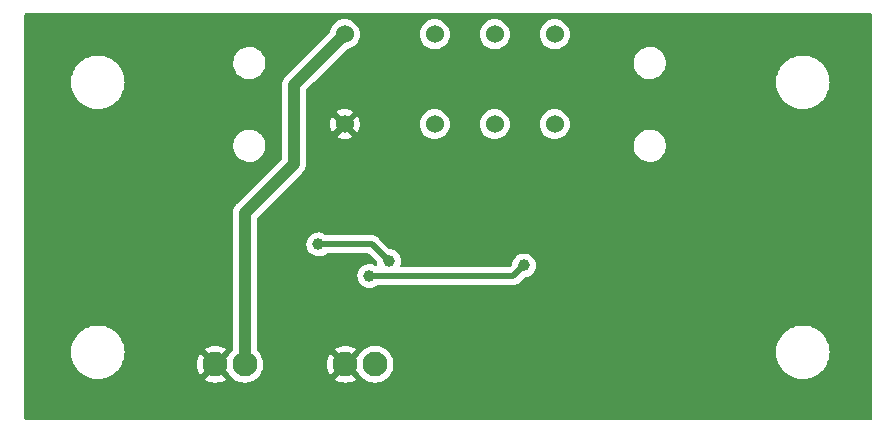
<source format=gbl>
G04 #@! TF.GenerationSoftware,KiCad,Pcbnew,6.0.9-8da3e8f707~116~ubuntu20.04.1*
G04 #@! TF.CreationDate,2022-11-10T07:19:39-05:00*
G04 #@! TF.ProjectId,audiomute,61756469-6f6d-4757-9465-2e6b69636164,rev?*
G04 #@! TF.SameCoordinates,Original*
G04 #@! TF.FileFunction,Copper,L2,Bot*
G04 #@! TF.FilePolarity,Positive*
%FSLAX46Y46*%
G04 Gerber Fmt 4.6, Leading zero omitted, Abs format (unit mm)*
G04 Created by KiCad (PCBNEW 6.0.9-8da3e8f707~116~ubuntu20.04.1) date 2022-11-10 07:19:39*
%MOMM*%
%LPD*%
G01*
G04 APERTURE LIST*
G04 #@! TA.AperFunction,ComponentPad*
%ADD10C,2.100000*%
G04 #@! TD*
G04 #@! TA.AperFunction,ComponentPad*
%ADD11C,1.524000*%
G04 #@! TD*
G04 #@! TA.AperFunction,ViaPad*
%ADD12C,1.000000*%
G04 #@! TD*
G04 #@! TA.AperFunction,Conductor*
%ADD13C,1.000000*%
G04 #@! TD*
G04 #@! TA.AperFunction,Conductor*
%ADD14C,0.500000*%
G04 #@! TD*
G04 APERTURE END LIST*
D10*
X100941000Y-102616000D03*
X98441000Y-102616000D03*
D11*
X98374000Y-82296000D03*
X105994000Y-82296000D03*
X111074000Y-82296000D03*
X116154000Y-82296000D03*
X116154000Y-74676000D03*
X111074000Y-74676000D03*
X105994000Y-74676000D03*
X98374000Y-74676000D03*
D10*
X89916000Y-102616000D03*
X87416000Y-102616000D03*
D12*
X141478000Y-74168000D03*
X89865200Y-86410800D03*
X86309200Y-93472000D03*
X110439200Y-91490800D03*
X101904800Y-91440000D03*
X93929200Y-102616000D03*
X94691200Y-87477600D03*
X106629200Y-97891600D03*
X89001600Y-80010000D03*
X109372400Y-77317600D03*
X101244400Y-82854800D03*
X73152000Y-105410000D03*
X120396000Y-105664000D03*
X73406000Y-89662000D03*
X101752400Y-74676000D03*
X114096800Y-92303600D03*
X114435760Y-96918240D03*
X141224000Y-105664000D03*
X82423000Y-82677000D03*
X121539000Y-91567000D03*
X131064000Y-78740000D03*
X110947200Y-102819200D03*
X125933200Y-74726800D03*
X107543600Y-86055200D03*
X72644000Y-74422000D03*
X131445000Y-97409000D03*
X140081000Y-88900000D03*
X96147760Y-92473240D03*
X102116760Y-93870240D03*
X100465760Y-95140240D03*
X113546760Y-94251240D03*
D13*
X94081600Y-78968400D02*
X98374000Y-74676000D01*
X94081600Y-85648800D02*
X94081600Y-78968400D01*
X89916000Y-89814400D02*
X94081600Y-85648800D01*
X89916000Y-102616000D02*
X89916000Y-89814400D01*
D14*
X100719760Y-92473240D02*
X102116760Y-93870240D01*
X96147760Y-92473240D02*
X100719760Y-92473240D01*
X112657760Y-95140240D02*
X113546760Y-94251240D01*
X100465760Y-95140240D02*
X112657760Y-95140240D01*
G04 #@! TA.AperFunction,Conductor*
G36*
X142943621Y-72918502D02*
G01*
X142990114Y-72972158D01*
X143001500Y-73024500D01*
X143001500Y-107188500D01*
X142981498Y-107256621D01*
X142927842Y-107303114D01*
X142875500Y-107314500D01*
X71373500Y-107314500D01*
X71305379Y-107294498D01*
X71258886Y-107240842D01*
X71247500Y-107188500D01*
X71247500Y-103885030D01*
X86511800Y-103885030D01*
X86517527Y-103892680D01*
X86702272Y-104005893D01*
X86711067Y-104010375D01*
X86928490Y-104100434D01*
X86937875Y-104103483D01*
X87166708Y-104158422D01*
X87176455Y-104159965D01*
X87411070Y-104178430D01*
X87420930Y-104178430D01*
X87655545Y-104159965D01*
X87665292Y-104158422D01*
X87894125Y-104103483D01*
X87903510Y-104100434D01*
X88120933Y-104010375D01*
X88129728Y-104005893D01*
X88310805Y-103894928D01*
X88320267Y-103884470D01*
X88316484Y-103875694D01*
X87428812Y-102988022D01*
X87414868Y-102980408D01*
X87413035Y-102980539D01*
X87406420Y-102984790D01*
X86518560Y-103872650D01*
X86511800Y-103885030D01*
X71247500Y-103885030D01*
X71247500Y-101600000D01*
X75206654Y-101600000D01*
X75206924Y-101604119D01*
X75212772Y-101693337D01*
X75226017Y-101895426D01*
X75226819Y-101899459D01*
X75226820Y-101899465D01*
X75282970Y-102181747D01*
X75283776Y-102185797D01*
X75285103Y-102189706D01*
X75285104Y-102189710D01*
X75304623Y-102247210D01*
X75378941Y-102466145D01*
X75380765Y-102469843D01*
X75459160Y-102628812D01*
X75509885Y-102731673D01*
X75512179Y-102735106D01*
X75592706Y-102855623D01*
X75674367Y-102977838D01*
X75677081Y-102980932D01*
X75677085Y-102980938D01*
X75866864Y-103197338D01*
X75869573Y-103200427D01*
X75872662Y-103203136D01*
X76089062Y-103392915D01*
X76089068Y-103392919D01*
X76092162Y-103395633D01*
X76095588Y-103397922D01*
X76095593Y-103397926D01*
X76278690Y-103520267D01*
X76338327Y-103560115D01*
X76342026Y-103561939D01*
X76342031Y-103561942D01*
X76478313Y-103629148D01*
X76603855Y-103691059D01*
X76607760Y-103692384D01*
X76607761Y-103692385D01*
X76880290Y-103784896D01*
X76880294Y-103784897D01*
X76884203Y-103786224D01*
X76888247Y-103787028D01*
X76888253Y-103787030D01*
X77170535Y-103843180D01*
X77170541Y-103843181D01*
X77174574Y-103843983D01*
X77178679Y-103844252D01*
X77178686Y-103844253D01*
X77465881Y-103863076D01*
X77470000Y-103863346D01*
X77474119Y-103863076D01*
X77761314Y-103844253D01*
X77761321Y-103844252D01*
X77765426Y-103843983D01*
X77769459Y-103843181D01*
X77769465Y-103843180D01*
X78051747Y-103787030D01*
X78051753Y-103787028D01*
X78055797Y-103786224D01*
X78059706Y-103784897D01*
X78059710Y-103784896D01*
X78332239Y-103692385D01*
X78332240Y-103692384D01*
X78336145Y-103691059D01*
X78461687Y-103629148D01*
X78597969Y-103561942D01*
X78597974Y-103561939D01*
X78601673Y-103560115D01*
X78661310Y-103520267D01*
X78844407Y-103397926D01*
X78844412Y-103397922D01*
X78847838Y-103395633D01*
X78850932Y-103392919D01*
X78850938Y-103392915D01*
X79067338Y-103203136D01*
X79070427Y-103200427D01*
X79073136Y-103197338D01*
X79262915Y-102980938D01*
X79262919Y-102980932D01*
X79265633Y-102977838D01*
X79347295Y-102855623D01*
X79427821Y-102735106D01*
X79430115Y-102731673D01*
X79480841Y-102628812D01*
X79484728Y-102620930D01*
X85853570Y-102620930D01*
X85872035Y-102855545D01*
X85873578Y-102865292D01*
X85928517Y-103094125D01*
X85931566Y-103103510D01*
X86021625Y-103320933D01*
X86026107Y-103329728D01*
X86137072Y-103510805D01*
X86147530Y-103520267D01*
X86156306Y-103516484D01*
X87043978Y-102628812D01*
X87050356Y-102617132D01*
X87780408Y-102617132D01*
X87780539Y-102618965D01*
X87784790Y-102625580D01*
X88572873Y-103413663D01*
X88591209Y-103436920D01*
X88651248Y-103534896D01*
X88654463Y-103538660D01*
X88654465Y-103538663D01*
X88783067Y-103689235D01*
X88810567Y-103721433D01*
X88814323Y-103724641D01*
X88991182Y-103875694D01*
X88997104Y-103880752D01*
X89001327Y-103883340D01*
X89001330Y-103883342D01*
X89020237Y-103894928D01*
X89206268Y-104008927D01*
X89350967Y-104068864D01*
X89428335Y-104100911D01*
X89428337Y-104100912D01*
X89432908Y-104102805D01*
X89515563Y-104122649D01*
X89666630Y-104158917D01*
X89666636Y-104158918D01*
X89671443Y-104160072D01*
X89916000Y-104179319D01*
X90160557Y-104160072D01*
X90165364Y-104158918D01*
X90165370Y-104158917D01*
X90316437Y-104122649D01*
X90399092Y-104102805D01*
X90403663Y-104100912D01*
X90403665Y-104100911D01*
X90481033Y-104068864D01*
X90625732Y-104008927D01*
X90811763Y-103894928D01*
X90827915Y-103885030D01*
X97536800Y-103885030D01*
X97542527Y-103892680D01*
X97727272Y-104005893D01*
X97736067Y-104010375D01*
X97953490Y-104100434D01*
X97962875Y-104103483D01*
X98191708Y-104158422D01*
X98201455Y-104159965D01*
X98436070Y-104178430D01*
X98445930Y-104178430D01*
X98680545Y-104159965D01*
X98690292Y-104158422D01*
X98919125Y-104103483D01*
X98928510Y-104100434D01*
X99145933Y-104010375D01*
X99154728Y-104005893D01*
X99335805Y-103894928D01*
X99345267Y-103884470D01*
X99341484Y-103875694D01*
X98453812Y-102988022D01*
X98439868Y-102980408D01*
X98438035Y-102980539D01*
X98431420Y-102984790D01*
X97543560Y-103872650D01*
X97536800Y-103885030D01*
X90827915Y-103885030D01*
X90830670Y-103883342D01*
X90830673Y-103883340D01*
X90834896Y-103880752D01*
X90840819Y-103875694D01*
X91017677Y-103724641D01*
X91021433Y-103721433D01*
X91048933Y-103689235D01*
X91177535Y-103538663D01*
X91177537Y-103538660D01*
X91180752Y-103534896D01*
X91308927Y-103325732D01*
X91402805Y-103099092D01*
X91422649Y-103016437D01*
X91458917Y-102865370D01*
X91458918Y-102865364D01*
X91460072Y-102860557D01*
X91478931Y-102620930D01*
X96878570Y-102620930D01*
X96897035Y-102855545D01*
X96898578Y-102865292D01*
X96953517Y-103094125D01*
X96956566Y-103103510D01*
X97046625Y-103320933D01*
X97051107Y-103329728D01*
X97162072Y-103510805D01*
X97172530Y-103520267D01*
X97181306Y-103516484D01*
X98068978Y-102628812D01*
X98075356Y-102617132D01*
X98805408Y-102617132D01*
X98805539Y-102618965D01*
X98809790Y-102625580D01*
X99597873Y-103413663D01*
X99616209Y-103436920D01*
X99676248Y-103534896D01*
X99679463Y-103538660D01*
X99679465Y-103538663D01*
X99808067Y-103689235D01*
X99835567Y-103721433D01*
X99839323Y-103724641D01*
X100016182Y-103875694D01*
X100022104Y-103880752D01*
X100026327Y-103883340D01*
X100026330Y-103883342D01*
X100045237Y-103894928D01*
X100231268Y-104008927D01*
X100375967Y-104068864D01*
X100453335Y-104100911D01*
X100453337Y-104100912D01*
X100457908Y-104102805D01*
X100540563Y-104122649D01*
X100691630Y-104158917D01*
X100691636Y-104158918D01*
X100696443Y-104160072D01*
X100941000Y-104179319D01*
X101185557Y-104160072D01*
X101190364Y-104158918D01*
X101190370Y-104158917D01*
X101341437Y-104122649D01*
X101424092Y-104102805D01*
X101428663Y-104100912D01*
X101428665Y-104100911D01*
X101506033Y-104068864D01*
X101650732Y-104008927D01*
X101836763Y-103894928D01*
X101855670Y-103883342D01*
X101855673Y-103883340D01*
X101859896Y-103880752D01*
X101865819Y-103875694D01*
X102042677Y-103724641D01*
X102046433Y-103721433D01*
X102073933Y-103689235D01*
X102202535Y-103538663D01*
X102202537Y-103538660D01*
X102205752Y-103534896D01*
X102333927Y-103325732D01*
X102427805Y-103099092D01*
X102447649Y-103016437D01*
X102483917Y-102865370D01*
X102483918Y-102865364D01*
X102485072Y-102860557D01*
X102504319Y-102616000D01*
X102485072Y-102371443D01*
X102456299Y-102251592D01*
X102428960Y-102137720D01*
X102427805Y-102132908D01*
X102333927Y-101906268D01*
X102205752Y-101697104D01*
X102122817Y-101600000D01*
X134896654Y-101600000D01*
X134896924Y-101604119D01*
X134902772Y-101693337D01*
X134916017Y-101895426D01*
X134916819Y-101899459D01*
X134916820Y-101899465D01*
X134972970Y-102181747D01*
X134973776Y-102185797D01*
X134975103Y-102189706D01*
X134975104Y-102189710D01*
X134994623Y-102247210D01*
X135068941Y-102466145D01*
X135070765Y-102469843D01*
X135149160Y-102628812D01*
X135199885Y-102731673D01*
X135202179Y-102735106D01*
X135282706Y-102855623D01*
X135364367Y-102977838D01*
X135367081Y-102980932D01*
X135367085Y-102980938D01*
X135556864Y-103197338D01*
X135559573Y-103200427D01*
X135562662Y-103203136D01*
X135779062Y-103392915D01*
X135779068Y-103392919D01*
X135782162Y-103395633D01*
X135785588Y-103397922D01*
X135785593Y-103397926D01*
X135968690Y-103520267D01*
X136028327Y-103560115D01*
X136032026Y-103561939D01*
X136032031Y-103561942D01*
X136168313Y-103629148D01*
X136293855Y-103691059D01*
X136297760Y-103692384D01*
X136297761Y-103692385D01*
X136570290Y-103784896D01*
X136570294Y-103784897D01*
X136574203Y-103786224D01*
X136578247Y-103787028D01*
X136578253Y-103787030D01*
X136860535Y-103843180D01*
X136860541Y-103843181D01*
X136864574Y-103843983D01*
X136868679Y-103844252D01*
X136868686Y-103844253D01*
X137155881Y-103863076D01*
X137160000Y-103863346D01*
X137164119Y-103863076D01*
X137451314Y-103844253D01*
X137451321Y-103844252D01*
X137455426Y-103843983D01*
X137459459Y-103843181D01*
X137459465Y-103843180D01*
X137741747Y-103787030D01*
X137741753Y-103787028D01*
X137745797Y-103786224D01*
X137749706Y-103784897D01*
X137749710Y-103784896D01*
X138022239Y-103692385D01*
X138022240Y-103692384D01*
X138026145Y-103691059D01*
X138151687Y-103629148D01*
X138287969Y-103561942D01*
X138287974Y-103561939D01*
X138291673Y-103560115D01*
X138351310Y-103520267D01*
X138534407Y-103397926D01*
X138534412Y-103397922D01*
X138537838Y-103395633D01*
X138540932Y-103392919D01*
X138540938Y-103392915D01*
X138757338Y-103203136D01*
X138760427Y-103200427D01*
X138763136Y-103197338D01*
X138952915Y-102980938D01*
X138952919Y-102980932D01*
X138955633Y-102977838D01*
X139037295Y-102855623D01*
X139117821Y-102735106D01*
X139120115Y-102731673D01*
X139170841Y-102628812D01*
X139249235Y-102469843D01*
X139251059Y-102466145D01*
X139325377Y-102247210D01*
X139344896Y-102189710D01*
X139344897Y-102189706D01*
X139346224Y-102185797D01*
X139347030Y-102181747D01*
X139403180Y-101899465D01*
X139403181Y-101899459D01*
X139403983Y-101895426D01*
X139417229Y-101693337D01*
X139423076Y-101604119D01*
X139423346Y-101600000D01*
X139408251Y-101369691D01*
X139404253Y-101308686D01*
X139404252Y-101308679D01*
X139403983Y-101304574D01*
X139387772Y-101223073D01*
X139347030Y-101018253D01*
X139347028Y-101018247D01*
X139346224Y-101014203D01*
X139251059Y-100733855D01*
X139120115Y-100468327D01*
X138955633Y-100222162D01*
X138952919Y-100219068D01*
X138952915Y-100219062D01*
X138763136Y-100002662D01*
X138760427Y-99999573D01*
X138757338Y-99996864D01*
X138540938Y-99807085D01*
X138540932Y-99807081D01*
X138537838Y-99804367D01*
X138534412Y-99802078D01*
X138534407Y-99802074D01*
X138295106Y-99642179D01*
X138291673Y-99639885D01*
X138287974Y-99638061D01*
X138287969Y-99638058D01*
X138151687Y-99570852D01*
X138026145Y-99508941D01*
X138022239Y-99507615D01*
X137749710Y-99415104D01*
X137749706Y-99415103D01*
X137745797Y-99413776D01*
X137741753Y-99412972D01*
X137741747Y-99412970D01*
X137459465Y-99356820D01*
X137459459Y-99356819D01*
X137455426Y-99356017D01*
X137451321Y-99355748D01*
X137451314Y-99355747D01*
X137164119Y-99336924D01*
X137160000Y-99336654D01*
X137155881Y-99336924D01*
X136868686Y-99355747D01*
X136868679Y-99355748D01*
X136864574Y-99356017D01*
X136860541Y-99356819D01*
X136860535Y-99356820D01*
X136578253Y-99412970D01*
X136578247Y-99412972D01*
X136574203Y-99413776D01*
X136570294Y-99415103D01*
X136570290Y-99415104D01*
X136297761Y-99507615D01*
X136293855Y-99508941D01*
X136168313Y-99570852D01*
X136032031Y-99638058D01*
X136032026Y-99638061D01*
X136028327Y-99639885D01*
X136024894Y-99642179D01*
X135785593Y-99802074D01*
X135785588Y-99802078D01*
X135782162Y-99804367D01*
X135779068Y-99807081D01*
X135779062Y-99807085D01*
X135562662Y-99996864D01*
X135559573Y-99999573D01*
X135556864Y-100002662D01*
X135367085Y-100219062D01*
X135367081Y-100219068D01*
X135364367Y-100222162D01*
X135199885Y-100468327D01*
X135068941Y-100733855D01*
X134973776Y-101014203D01*
X134972972Y-101018247D01*
X134972970Y-101018253D01*
X134932229Y-101223073D01*
X134916017Y-101304574D01*
X134915748Y-101308679D01*
X134915747Y-101308686D01*
X134911749Y-101369691D01*
X134896654Y-101600000D01*
X102122817Y-101600000D01*
X102046433Y-101510567D01*
X101961249Y-101437812D01*
X101863663Y-101354465D01*
X101863660Y-101354463D01*
X101859896Y-101351248D01*
X101855673Y-101348660D01*
X101855670Y-101348658D01*
X101777139Y-101300535D01*
X101650732Y-101223073D01*
X101506033Y-101163136D01*
X101428665Y-101131089D01*
X101428663Y-101131088D01*
X101424092Y-101129195D01*
X101341437Y-101109351D01*
X101190370Y-101073083D01*
X101190364Y-101073082D01*
X101185557Y-101071928D01*
X100941000Y-101052681D01*
X100696443Y-101071928D01*
X100691636Y-101073082D01*
X100691630Y-101073083D01*
X100540563Y-101109351D01*
X100457908Y-101129195D01*
X100453337Y-101131088D01*
X100453335Y-101131089D01*
X100375967Y-101163136D01*
X100231268Y-101223073D01*
X100104861Y-101300535D01*
X100026330Y-101348658D01*
X100026327Y-101348660D01*
X100022104Y-101351248D01*
X100018340Y-101354463D01*
X100018337Y-101354465D01*
X99920751Y-101437812D01*
X99835567Y-101510567D01*
X99676248Y-101697104D01*
X99616209Y-101795080D01*
X99597873Y-101818337D01*
X98813022Y-102603188D01*
X98805408Y-102617132D01*
X98075356Y-102617132D01*
X98076592Y-102614868D01*
X98076461Y-102613035D01*
X98072210Y-102606420D01*
X97184350Y-101718560D01*
X97171970Y-101711800D01*
X97164320Y-101717527D01*
X97051107Y-101902272D01*
X97046625Y-101911067D01*
X96956566Y-102128490D01*
X96953517Y-102137875D01*
X96898578Y-102366708D01*
X96897035Y-102376455D01*
X96878570Y-102611070D01*
X96878570Y-102620930D01*
X91478931Y-102620930D01*
X91479319Y-102616000D01*
X91460072Y-102371443D01*
X91431299Y-102251592D01*
X91403960Y-102137720D01*
X91402805Y-102132908D01*
X91308927Y-101906268D01*
X91180752Y-101697104D01*
X91021433Y-101510567D01*
X90968669Y-101465502D01*
X90929860Y-101406051D01*
X90924500Y-101369691D01*
X90924500Y-101347530D01*
X97536733Y-101347530D01*
X97540516Y-101356306D01*
X98428188Y-102243978D01*
X98442132Y-102251592D01*
X98443965Y-102251461D01*
X98450580Y-102247210D01*
X99338440Y-101359350D01*
X99345200Y-101346970D01*
X99339473Y-101339320D01*
X99154728Y-101226107D01*
X99145933Y-101221625D01*
X98928510Y-101131566D01*
X98919125Y-101128517D01*
X98690292Y-101073578D01*
X98680545Y-101072035D01*
X98445930Y-101053570D01*
X98436070Y-101053570D01*
X98201455Y-101072035D01*
X98191708Y-101073578D01*
X97962875Y-101128517D01*
X97953490Y-101131566D01*
X97736067Y-101221625D01*
X97727272Y-101226107D01*
X97546195Y-101337072D01*
X97536733Y-101347530D01*
X90924500Y-101347530D01*
X90924500Y-92459091D01*
X95134479Y-92459091D01*
X95151028Y-92656174D01*
X95152727Y-92662098D01*
X95201294Y-92831471D01*
X95205543Y-92846290D01*
X95295947Y-93022196D01*
X95418795Y-93177193D01*
X95569410Y-93305376D01*
X95742054Y-93401864D01*
X95930152Y-93462980D01*
X96126537Y-93486398D01*
X96132672Y-93485926D01*
X96132674Y-93485926D01*
X96317590Y-93471697D01*
X96317594Y-93471696D01*
X96323732Y-93471224D01*
X96514223Y-93418038D01*
X96519727Y-93415258D01*
X96519729Y-93415257D01*
X96685255Y-93331644D01*
X96685257Y-93331643D01*
X96690756Y-93328865D01*
X96780881Y-93258451D01*
X96846876Y-93232273D01*
X96858455Y-93231740D01*
X100353389Y-93231740D01*
X100421510Y-93251742D01*
X100442484Y-93268645D01*
X101077616Y-93903777D01*
X101111642Y-93966089D01*
X101114079Y-93982329D01*
X101118968Y-94040546D01*
X101120028Y-94053174D01*
X101137281Y-94113342D01*
X101136831Y-94184335D01*
X101098069Y-94243817D01*
X101033303Y-94272900D01*
X100963094Y-94262350D01*
X100956233Y-94258907D01*
X100879328Y-94217325D01*
X100858461Y-94206042D01*
X100669528Y-94147558D01*
X100663403Y-94146914D01*
X100663402Y-94146914D01*
X100478964Y-94127529D01*
X100478962Y-94127529D01*
X100472835Y-94126885D01*
X100390336Y-94134393D01*
X100282011Y-94144251D01*
X100282008Y-94144252D01*
X100275872Y-94144810D01*
X100269966Y-94146548D01*
X100269962Y-94146549D01*
X100164836Y-94177489D01*
X100086141Y-94200650D01*
X100080683Y-94203503D01*
X100080679Y-94203505D01*
X99996076Y-94247735D01*
X99910870Y-94292280D01*
X99756735Y-94416208D01*
X99629606Y-94567714D01*
X99626639Y-94573112D01*
X99626635Y-94573117D01*
X99576992Y-94663419D01*
X99534327Y-94741027D01*
X99474525Y-94929546D01*
X99452479Y-95126091D01*
X99469028Y-95323174D01*
X99523543Y-95513290D01*
X99526362Y-95518775D01*
X99603384Y-95668642D01*
X99613947Y-95689196D01*
X99736795Y-95844193D01*
X99741488Y-95848187D01*
X99741489Y-95848188D01*
X99805117Y-95902339D01*
X99887410Y-95972376D01*
X100060054Y-96068864D01*
X100248152Y-96129980D01*
X100444537Y-96153398D01*
X100450672Y-96152926D01*
X100450674Y-96152926D01*
X100635590Y-96138697D01*
X100635594Y-96138696D01*
X100641732Y-96138224D01*
X100832223Y-96085038D01*
X100837727Y-96082258D01*
X100837729Y-96082257D01*
X101003255Y-95998644D01*
X101003257Y-95998643D01*
X101008756Y-95995865D01*
X101098881Y-95925451D01*
X101164876Y-95899273D01*
X101176455Y-95898740D01*
X112590690Y-95898740D01*
X112609640Y-95900173D01*
X112623875Y-95902339D01*
X112623879Y-95902339D01*
X112631109Y-95903439D01*
X112638401Y-95902846D01*
X112638404Y-95902846D01*
X112683778Y-95899155D01*
X112693993Y-95898740D01*
X112702053Y-95898740D01*
X112715343Y-95897191D01*
X112730267Y-95895451D01*
X112734642Y-95895018D01*
X112800099Y-95889694D01*
X112800102Y-95889693D01*
X112807397Y-95889100D01*
X112814361Y-95886844D01*
X112820320Y-95885653D01*
X112826175Y-95884269D01*
X112833441Y-95883422D01*
X112902087Y-95858505D01*
X112906215Y-95857088D01*
X112968696Y-95836847D01*
X112968698Y-95836846D01*
X112975659Y-95834591D01*
X112981914Y-95830795D01*
X112987388Y-95828289D01*
X112992818Y-95825570D01*
X112999697Y-95823073D01*
X113060736Y-95783054D01*
X113064440Y-95780717D01*
X113126867Y-95742835D01*
X113135244Y-95735437D01*
X113135268Y-95735464D01*
X113138260Y-95732811D01*
X113141493Y-95730108D01*
X113147612Y-95726096D01*
X113200888Y-95669857D01*
X113203266Y-95667415D01*
X113580056Y-95290625D01*
X113642368Y-95256599D01*
X113659483Y-95254091D01*
X113666273Y-95253569D01*
X113716590Y-95249697D01*
X113716594Y-95249696D01*
X113722732Y-95249224D01*
X113913223Y-95196038D01*
X113918727Y-95193258D01*
X113918729Y-95193257D01*
X114084255Y-95109644D01*
X114084257Y-95109643D01*
X114089756Y-95106865D01*
X114245607Y-94985101D01*
X114374838Y-94835385D01*
X114472529Y-94663419D01*
X114534957Y-94475753D01*
X114559745Y-94279535D01*
X114560140Y-94251240D01*
X114540840Y-94054407D01*
X114483676Y-93865071D01*
X114390826Y-93690444D01*
X114320469Y-93604178D01*
X114269720Y-93541953D01*
X114269717Y-93541950D01*
X114265825Y-93537178D01*
X114259484Y-93531932D01*
X114118185Y-93415039D01*
X114118181Y-93415037D01*
X114113435Y-93411110D01*
X113939461Y-93317042D01*
X113750528Y-93258558D01*
X113744403Y-93257914D01*
X113744402Y-93257914D01*
X113559964Y-93238529D01*
X113559962Y-93238529D01*
X113553835Y-93237885D01*
X113471336Y-93245393D01*
X113363011Y-93255251D01*
X113363008Y-93255252D01*
X113356872Y-93255810D01*
X113350966Y-93257548D01*
X113350962Y-93257549D01*
X113245836Y-93288489D01*
X113167141Y-93311650D01*
X113161683Y-93314503D01*
X113161679Y-93314505D01*
X113128896Y-93331644D01*
X112991870Y-93403280D01*
X112837735Y-93527208D01*
X112710606Y-93678714D01*
X112707639Y-93684112D01*
X112707635Y-93684117D01*
X112704157Y-93690444D01*
X112615327Y-93852027D01*
X112613466Y-93857894D01*
X112613465Y-93857896D01*
X112557387Y-94034676D01*
X112555525Y-94040546D01*
X112553445Y-94059094D01*
X112544114Y-94142275D01*
X112516643Y-94207742D01*
X112507994Y-94217325D01*
X112380484Y-94344835D01*
X112318172Y-94378861D01*
X112291389Y-94381740D01*
X103184192Y-94381740D01*
X103116071Y-94361738D01*
X103069578Y-94308082D01*
X103059474Y-94237808D01*
X103064634Y-94215968D01*
X103066961Y-94208972D01*
X103104957Y-94094753D01*
X103129745Y-93898535D01*
X103130140Y-93870240D01*
X103110840Y-93673407D01*
X103053676Y-93484071D01*
X102960826Y-93309444D01*
X102856223Y-93181188D01*
X102839720Y-93160953D01*
X102839717Y-93160950D01*
X102835825Y-93156178D01*
X102831076Y-93152249D01*
X102688185Y-93034039D01*
X102688181Y-93034037D01*
X102683435Y-93030110D01*
X102509461Y-92936042D01*
X102320528Y-92877558D01*
X102314406Y-92876915D01*
X102314403Y-92876914D01*
X102269638Y-92872209D01*
X102226596Y-92867686D01*
X102160940Y-92840673D01*
X102150672Y-92831471D01*
X101303530Y-91984329D01*
X101291144Y-91969917D01*
X101282611Y-91958322D01*
X101282606Y-91958317D01*
X101278268Y-91952422D01*
X101272690Y-91947683D01*
X101272687Y-91947680D01*
X101237992Y-91918205D01*
X101230476Y-91911275D01*
X101224781Y-91905580D01*
X101212656Y-91895987D01*
X101202509Y-91887959D01*
X101199105Y-91885168D01*
X101149057Y-91842649D01*
X101149055Y-91842648D01*
X101143475Y-91837907D01*
X101136959Y-91834579D01*
X101131910Y-91831212D01*
X101126781Y-91828045D01*
X101121044Y-91823506D01*
X101054885Y-91792585D01*
X101050985Y-91790679D01*
X100985952Y-91757471D01*
X100978844Y-91755732D01*
X100973201Y-91753633D01*
X100967438Y-91751716D01*
X100960810Y-91748618D01*
X100889343Y-91733753D01*
X100885059Y-91732783D01*
X100814150Y-91715432D01*
X100808548Y-91715084D01*
X100808545Y-91715084D01*
X100802996Y-91714740D01*
X100802998Y-91714704D01*
X100799005Y-91714465D01*
X100794813Y-91714091D01*
X100787645Y-91712600D01*
X100721435Y-91714391D01*
X100710239Y-91714694D01*
X100706832Y-91714740D01*
X96858472Y-91714740D01*
X96790351Y-91694738D01*
X96778157Y-91685825D01*
X96756466Y-91667881D01*
X96714435Y-91633110D01*
X96540461Y-91539042D01*
X96351528Y-91480558D01*
X96345403Y-91479914D01*
X96345402Y-91479914D01*
X96160964Y-91460529D01*
X96160962Y-91460529D01*
X96154835Y-91459885D01*
X96072336Y-91467393D01*
X95964011Y-91477251D01*
X95964008Y-91477252D01*
X95957872Y-91477810D01*
X95951966Y-91479548D01*
X95951962Y-91479549D01*
X95846836Y-91510489D01*
X95768141Y-91533650D01*
X95762683Y-91536503D01*
X95762679Y-91536505D01*
X95671907Y-91583960D01*
X95592870Y-91625280D01*
X95438735Y-91749208D01*
X95311606Y-91900714D01*
X95308639Y-91906112D01*
X95308635Y-91906117D01*
X95229855Y-92049420D01*
X95216327Y-92074027D01*
X95156525Y-92262546D01*
X95134479Y-92459091D01*
X90924500Y-92459091D01*
X90924500Y-90284325D01*
X90944502Y-90216204D01*
X90961405Y-90195230D01*
X94750979Y-86405655D01*
X94761122Y-86396553D01*
X94785818Y-86376697D01*
X94790625Y-86372832D01*
X94822892Y-86334378D01*
X94826072Y-86330731D01*
X94827715Y-86328919D01*
X94829909Y-86326725D01*
X94857242Y-86293451D01*
X94857948Y-86292600D01*
X94913795Y-86226044D01*
X94917754Y-86221326D01*
X94920322Y-86216656D01*
X94923703Y-86212539D01*
X94967577Y-86130714D01*
X94968206Y-86129555D01*
X95010062Y-86053419D01*
X95010065Y-86053411D01*
X95013033Y-86048013D01*
X95014645Y-86042931D01*
X95017162Y-86038237D01*
X95044362Y-85949269D01*
X95044708Y-85948158D01*
X95070973Y-85865363D01*
X95072835Y-85859494D01*
X95073429Y-85854198D01*
X95074987Y-85849102D01*
X95084390Y-85756543D01*
X95084511Y-85755407D01*
X95090100Y-85705573D01*
X95090100Y-85702046D01*
X95090155Y-85701061D01*
X95090602Y-85695381D01*
X95094974Y-85652338D01*
X95090659Y-85606691D01*
X95090100Y-85594833D01*
X95090100Y-84045274D01*
X122844102Y-84045274D01*
X122852751Y-84275658D01*
X122900093Y-84501291D01*
X122984776Y-84715721D01*
X123104377Y-84912817D01*
X123107874Y-84916847D01*
X123194438Y-85016603D01*
X123255477Y-85086945D01*
X123259608Y-85090332D01*
X123429627Y-85229740D01*
X123429633Y-85229744D01*
X123433755Y-85233124D01*
X123438391Y-85235763D01*
X123438394Y-85235765D01*
X123547422Y-85297827D01*
X123634114Y-85347175D01*
X123850825Y-85425837D01*
X123856074Y-85426786D01*
X123856077Y-85426787D01*
X124073608Y-85466123D01*
X124073615Y-85466124D01*
X124077692Y-85466861D01*
X124095414Y-85467697D01*
X124100356Y-85467930D01*
X124100363Y-85467930D01*
X124101844Y-85468000D01*
X124263890Y-85468000D01*
X124330809Y-85462322D01*
X124430409Y-85453871D01*
X124430413Y-85453870D01*
X124435720Y-85453420D01*
X124440875Y-85452082D01*
X124440881Y-85452081D01*
X124653703Y-85396843D01*
X124653707Y-85396842D01*
X124658872Y-85395501D01*
X124663738Y-85393309D01*
X124663741Y-85393308D01*
X124864202Y-85303007D01*
X124869075Y-85300812D01*
X125060319Y-85172059D01*
X125227135Y-85012924D01*
X125364754Y-84827958D01*
X125469240Y-84622449D01*
X125505321Y-84506252D01*
X125536024Y-84407371D01*
X125537607Y-84402273D01*
X125538308Y-84396984D01*
X125567198Y-84179011D01*
X125567198Y-84179006D01*
X125567898Y-84173726D01*
X125559249Y-83943342D01*
X125511907Y-83717709D01*
X125453919Y-83570874D01*
X125429185Y-83508244D01*
X125429184Y-83508242D01*
X125427224Y-83503279D01*
X125422438Y-83495391D01*
X125310390Y-83310743D01*
X125307623Y-83306183D01*
X125281550Y-83276136D01*
X125160023Y-83136088D01*
X125160021Y-83136086D01*
X125156523Y-83132055D01*
X125114970Y-83097984D01*
X124982373Y-82989260D01*
X124982367Y-82989256D01*
X124978245Y-82985876D01*
X124973609Y-82983237D01*
X124973606Y-82983235D01*
X124782529Y-82874468D01*
X124777886Y-82871825D01*
X124561175Y-82793163D01*
X124555926Y-82792214D01*
X124555923Y-82792213D01*
X124338392Y-82752877D01*
X124338385Y-82752876D01*
X124334308Y-82752139D01*
X124316586Y-82751303D01*
X124311644Y-82751070D01*
X124311637Y-82751070D01*
X124310156Y-82751000D01*
X124148110Y-82751000D01*
X124081191Y-82756678D01*
X123981591Y-82765129D01*
X123981587Y-82765130D01*
X123976280Y-82765580D01*
X123971125Y-82766918D01*
X123971119Y-82766919D01*
X123758297Y-82822157D01*
X123758293Y-82822158D01*
X123753128Y-82823499D01*
X123748262Y-82825691D01*
X123748259Y-82825692D01*
X123639980Y-82874468D01*
X123542925Y-82918188D01*
X123351681Y-83046941D01*
X123184865Y-83206076D01*
X123047246Y-83391042D01*
X123044830Y-83395793D01*
X123044828Y-83395797D01*
X122996097Y-83491645D01*
X122942760Y-83596551D01*
X122941178Y-83601645D01*
X122941177Y-83601648D01*
X122879115Y-83801520D01*
X122874393Y-83816727D01*
X122873692Y-83822016D01*
X122858304Y-83938123D01*
X122844102Y-84045274D01*
X95090100Y-84045274D01*
X95090100Y-83354777D01*
X97679777Y-83354777D01*
X97689074Y-83366793D01*
X97732069Y-83396898D01*
X97741555Y-83402376D01*
X97932993Y-83491645D01*
X97943285Y-83495391D01*
X98147309Y-83550059D01*
X98158104Y-83551962D01*
X98368525Y-83570372D01*
X98379475Y-83570372D01*
X98589896Y-83551962D01*
X98600691Y-83550059D01*
X98804715Y-83495391D01*
X98815007Y-83491645D01*
X99006445Y-83402376D01*
X99015931Y-83396898D01*
X99059764Y-83366207D01*
X99068139Y-83355729D01*
X99061071Y-83342281D01*
X98386812Y-82668022D01*
X98372868Y-82660408D01*
X98371035Y-82660539D01*
X98364420Y-82664790D01*
X97686207Y-83343003D01*
X97679777Y-83354777D01*
X95090100Y-83354777D01*
X95090100Y-82301475D01*
X97099628Y-82301475D01*
X97118038Y-82511896D01*
X97119941Y-82522691D01*
X97174609Y-82726715D01*
X97178355Y-82737007D01*
X97267623Y-82928441D01*
X97273103Y-82937932D01*
X97303794Y-82981765D01*
X97314271Y-82990140D01*
X97327718Y-82983072D01*
X98001978Y-82308812D01*
X98008356Y-82297132D01*
X98738408Y-82297132D01*
X98738539Y-82298965D01*
X98742790Y-82305580D01*
X99421003Y-82983793D01*
X99432777Y-82990223D01*
X99444793Y-82980926D01*
X99474897Y-82937932D01*
X99480377Y-82928441D01*
X99569645Y-82737007D01*
X99573391Y-82726715D01*
X99628059Y-82522691D01*
X99629962Y-82511896D01*
X99648372Y-82301475D01*
X99648372Y-82296000D01*
X104718647Y-82296000D01*
X104738022Y-82517463D01*
X104795560Y-82732196D01*
X104797882Y-82737177D01*
X104797883Y-82737178D01*
X104887186Y-82928689D01*
X104887189Y-82928694D01*
X104889512Y-82933676D01*
X104892668Y-82938183D01*
X104892669Y-82938185D01*
X104929107Y-82990223D01*
X105017023Y-83115781D01*
X105174219Y-83272977D01*
X105178727Y-83276134D01*
X105178730Y-83276136D01*
X105221642Y-83306183D01*
X105356323Y-83400488D01*
X105361305Y-83402811D01*
X105361310Y-83402814D01*
X105551810Y-83491645D01*
X105557804Y-83494440D01*
X105563112Y-83495862D01*
X105563114Y-83495863D01*
X105590791Y-83503279D01*
X105772537Y-83551978D01*
X105994000Y-83571353D01*
X106215463Y-83551978D01*
X106397209Y-83503279D01*
X106424886Y-83495863D01*
X106424888Y-83495862D01*
X106430196Y-83494440D01*
X106436190Y-83491645D01*
X106626690Y-83402814D01*
X106626695Y-83402811D01*
X106631677Y-83400488D01*
X106766358Y-83306183D01*
X106809270Y-83276136D01*
X106809273Y-83276134D01*
X106813781Y-83272977D01*
X106970977Y-83115781D01*
X107058894Y-82990223D01*
X107095331Y-82938185D01*
X107095332Y-82938183D01*
X107098488Y-82933676D01*
X107100811Y-82928694D01*
X107100814Y-82928689D01*
X107190117Y-82737178D01*
X107190118Y-82737177D01*
X107192440Y-82732196D01*
X107249978Y-82517463D01*
X107269353Y-82296000D01*
X109798647Y-82296000D01*
X109818022Y-82517463D01*
X109875560Y-82732196D01*
X109877882Y-82737177D01*
X109877883Y-82737178D01*
X109967186Y-82928689D01*
X109967189Y-82928694D01*
X109969512Y-82933676D01*
X109972668Y-82938183D01*
X109972669Y-82938185D01*
X110009107Y-82990223D01*
X110097023Y-83115781D01*
X110254219Y-83272977D01*
X110258727Y-83276134D01*
X110258730Y-83276136D01*
X110301642Y-83306183D01*
X110436323Y-83400488D01*
X110441305Y-83402811D01*
X110441310Y-83402814D01*
X110631810Y-83491645D01*
X110637804Y-83494440D01*
X110643112Y-83495862D01*
X110643114Y-83495863D01*
X110670791Y-83503279D01*
X110852537Y-83551978D01*
X111074000Y-83571353D01*
X111295463Y-83551978D01*
X111477209Y-83503279D01*
X111504886Y-83495863D01*
X111504888Y-83495862D01*
X111510196Y-83494440D01*
X111516190Y-83491645D01*
X111706690Y-83402814D01*
X111706695Y-83402811D01*
X111711677Y-83400488D01*
X111846358Y-83306183D01*
X111889270Y-83276136D01*
X111889273Y-83276134D01*
X111893781Y-83272977D01*
X112050977Y-83115781D01*
X112138894Y-82990223D01*
X112175331Y-82938185D01*
X112175332Y-82938183D01*
X112178488Y-82933676D01*
X112180811Y-82928694D01*
X112180814Y-82928689D01*
X112270117Y-82737178D01*
X112270118Y-82737177D01*
X112272440Y-82732196D01*
X112329978Y-82517463D01*
X112349353Y-82296000D01*
X114878647Y-82296000D01*
X114898022Y-82517463D01*
X114955560Y-82732196D01*
X114957882Y-82737177D01*
X114957883Y-82737178D01*
X115047186Y-82928689D01*
X115047189Y-82928694D01*
X115049512Y-82933676D01*
X115052668Y-82938183D01*
X115052669Y-82938185D01*
X115089107Y-82990223D01*
X115177023Y-83115781D01*
X115334219Y-83272977D01*
X115338727Y-83276134D01*
X115338730Y-83276136D01*
X115381642Y-83306183D01*
X115516323Y-83400488D01*
X115521305Y-83402811D01*
X115521310Y-83402814D01*
X115711810Y-83491645D01*
X115717804Y-83494440D01*
X115723112Y-83495862D01*
X115723114Y-83495863D01*
X115750791Y-83503279D01*
X115932537Y-83551978D01*
X116154000Y-83571353D01*
X116375463Y-83551978D01*
X116557209Y-83503279D01*
X116584886Y-83495863D01*
X116584888Y-83495862D01*
X116590196Y-83494440D01*
X116596190Y-83491645D01*
X116786690Y-83402814D01*
X116786695Y-83402811D01*
X116791677Y-83400488D01*
X116926358Y-83306183D01*
X116969270Y-83276136D01*
X116969273Y-83276134D01*
X116973781Y-83272977D01*
X117130977Y-83115781D01*
X117218894Y-82990223D01*
X117255331Y-82938185D01*
X117255332Y-82938183D01*
X117258488Y-82933676D01*
X117260811Y-82928694D01*
X117260814Y-82928689D01*
X117350117Y-82737178D01*
X117350118Y-82737177D01*
X117352440Y-82732196D01*
X117409978Y-82517463D01*
X117429353Y-82296000D01*
X117409978Y-82074537D01*
X117352440Y-81859804D01*
X117350117Y-81854822D01*
X117260814Y-81663311D01*
X117260811Y-81663306D01*
X117258488Y-81658324D01*
X117255331Y-81653815D01*
X117134136Y-81480730D01*
X117134134Y-81480727D01*
X117130977Y-81476219D01*
X116973781Y-81319023D01*
X116969273Y-81315866D01*
X116969270Y-81315864D01*
X116893505Y-81262813D01*
X116791677Y-81191512D01*
X116786695Y-81189189D01*
X116786690Y-81189186D01*
X116595178Y-81099883D01*
X116595177Y-81099882D01*
X116590196Y-81097560D01*
X116584888Y-81096138D01*
X116584886Y-81096137D01*
X116519051Y-81078497D01*
X116375463Y-81040022D01*
X116154000Y-81020647D01*
X115932537Y-81040022D01*
X115788949Y-81078497D01*
X115723114Y-81096137D01*
X115723112Y-81096138D01*
X115717804Y-81097560D01*
X115712823Y-81099882D01*
X115712822Y-81099883D01*
X115521311Y-81189186D01*
X115521306Y-81189189D01*
X115516324Y-81191512D01*
X115511817Y-81194668D01*
X115511815Y-81194669D01*
X115338730Y-81315864D01*
X115338727Y-81315866D01*
X115334219Y-81319023D01*
X115177023Y-81476219D01*
X115173866Y-81480727D01*
X115173864Y-81480730D01*
X115052669Y-81653815D01*
X115049512Y-81658324D01*
X115047189Y-81663306D01*
X115047186Y-81663311D01*
X114957883Y-81854822D01*
X114955560Y-81859804D01*
X114898022Y-82074537D01*
X114878647Y-82296000D01*
X112349353Y-82296000D01*
X112329978Y-82074537D01*
X112272440Y-81859804D01*
X112270117Y-81854822D01*
X112180814Y-81663311D01*
X112180811Y-81663306D01*
X112178488Y-81658324D01*
X112175331Y-81653815D01*
X112054136Y-81480730D01*
X112054134Y-81480727D01*
X112050977Y-81476219D01*
X111893781Y-81319023D01*
X111889273Y-81315866D01*
X111889270Y-81315864D01*
X111813505Y-81262813D01*
X111711677Y-81191512D01*
X111706695Y-81189189D01*
X111706690Y-81189186D01*
X111515178Y-81099883D01*
X111515177Y-81099882D01*
X111510196Y-81097560D01*
X111504888Y-81096138D01*
X111504886Y-81096137D01*
X111439051Y-81078497D01*
X111295463Y-81040022D01*
X111074000Y-81020647D01*
X110852537Y-81040022D01*
X110708949Y-81078497D01*
X110643114Y-81096137D01*
X110643112Y-81096138D01*
X110637804Y-81097560D01*
X110632823Y-81099882D01*
X110632822Y-81099883D01*
X110441311Y-81189186D01*
X110441306Y-81189189D01*
X110436324Y-81191512D01*
X110431817Y-81194668D01*
X110431815Y-81194669D01*
X110258730Y-81315864D01*
X110258727Y-81315866D01*
X110254219Y-81319023D01*
X110097023Y-81476219D01*
X110093866Y-81480727D01*
X110093864Y-81480730D01*
X109972669Y-81653815D01*
X109969512Y-81658324D01*
X109967189Y-81663306D01*
X109967186Y-81663311D01*
X109877883Y-81854822D01*
X109875560Y-81859804D01*
X109818022Y-82074537D01*
X109798647Y-82296000D01*
X107269353Y-82296000D01*
X107249978Y-82074537D01*
X107192440Y-81859804D01*
X107190117Y-81854822D01*
X107100814Y-81663311D01*
X107100811Y-81663306D01*
X107098488Y-81658324D01*
X107095331Y-81653815D01*
X106974136Y-81480730D01*
X106974134Y-81480727D01*
X106970977Y-81476219D01*
X106813781Y-81319023D01*
X106809273Y-81315866D01*
X106809270Y-81315864D01*
X106733505Y-81262813D01*
X106631677Y-81191512D01*
X106626695Y-81189189D01*
X106626690Y-81189186D01*
X106435178Y-81099883D01*
X106435177Y-81099882D01*
X106430196Y-81097560D01*
X106424888Y-81096138D01*
X106424886Y-81096137D01*
X106359051Y-81078497D01*
X106215463Y-81040022D01*
X105994000Y-81020647D01*
X105772537Y-81040022D01*
X105628949Y-81078497D01*
X105563114Y-81096137D01*
X105563112Y-81096138D01*
X105557804Y-81097560D01*
X105552823Y-81099882D01*
X105552822Y-81099883D01*
X105361311Y-81189186D01*
X105361306Y-81189189D01*
X105356324Y-81191512D01*
X105351817Y-81194668D01*
X105351815Y-81194669D01*
X105178730Y-81315864D01*
X105178727Y-81315866D01*
X105174219Y-81319023D01*
X105017023Y-81476219D01*
X105013866Y-81480727D01*
X105013864Y-81480730D01*
X104892669Y-81653815D01*
X104889512Y-81658324D01*
X104887189Y-81663306D01*
X104887186Y-81663311D01*
X104797883Y-81854822D01*
X104795560Y-81859804D01*
X104738022Y-82074537D01*
X104718647Y-82296000D01*
X99648372Y-82296000D01*
X99648372Y-82290525D01*
X99629962Y-82080104D01*
X99628059Y-82069309D01*
X99573391Y-81865285D01*
X99569645Y-81854993D01*
X99480377Y-81663559D01*
X99474897Y-81654068D01*
X99444206Y-81610235D01*
X99433729Y-81601860D01*
X99420282Y-81608928D01*
X98746022Y-82283188D01*
X98738408Y-82297132D01*
X98008356Y-82297132D01*
X98009592Y-82294868D01*
X98009461Y-82293035D01*
X98005210Y-82286420D01*
X97326997Y-81608207D01*
X97315223Y-81601777D01*
X97303207Y-81611074D01*
X97273103Y-81654068D01*
X97267623Y-81663559D01*
X97178355Y-81854993D01*
X97174609Y-81865285D01*
X97119941Y-82069309D01*
X97118038Y-82080104D01*
X97099628Y-82290525D01*
X97099628Y-82301475D01*
X95090100Y-82301475D01*
X95090100Y-81236271D01*
X97679860Y-81236271D01*
X97686928Y-81249718D01*
X98361188Y-81923978D01*
X98375132Y-81931592D01*
X98376965Y-81931461D01*
X98383580Y-81927210D01*
X99061793Y-81248997D01*
X99068223Y-81237223D01*
X99058926Y-81225207D01*
X99015931Y-81195102D01*
X99006445Y-81189624D01*
X98815007Y-81100355D01*
X98804715Y-81096609D01*
X98600691Y-81041941D01*
X98589896Y-81040038D01*
X98379475Y-81021628D01*
X98368525Y-81021628D01*
X98158104Y-81040038D01*
X98147309Y-81041941D01*
X97943285Y-81096609D01*
X97932993Y-81100355D01*
X97741559Y-81189623D01*
X97732068Y-81195103D01*
X97688235Y-81225794D01*
X97679860Y-81236271D01*
X95090100Y-81236271D01*
X95090100Y-79438325D01*
X95110102Y-79370204D01*
X95127005Y-79349230D01*
X95736235Y-78740000D01*
X134896654Y-78740000D01*
X134897829Y-78757925D01*
X134914384Y-79010509D01*
X134916017Y-79035426D01*
X134973776Y-79325797D01*
X135068941Y-79606145D01*
X135199885Y-79871673D01*
X135364367Y-80117838D01*
X135367081Y-80120932D01*
X135367085Y-80120938D01*
X135556864Y-80337338D01*
X135559573Y-80340427D01*
X135562662Y-80343136D01*
X135779062Y-80532915D01*
X135779068Y-80532919D01*
X135782162Y-80535633D01*
X135785588Y-80537922D01*
X135785593Y-80537926D01*
X135969405Y-80660744D01*
X136028327Y-80700115D01*
X136032026Y-80701939D01*
X136032031Y-80701942D01*
X136168313Y-80769148D01*
X136293855Y-80831059D01*
X136297760Y-80832384D01*
X136297761Y-80832385D01*
X136570290Y-80924896D01*
X136570294Y-80924897D01*
X136574203Y-80926224D01*
X136578247Y-80927028D01*
X136578253Y-80927030D01*
X136860535Y-80983180D01*
X136860541Y-80983181D01*
X136864574Y-80983983D01*
X136868679Y-80984252D01*
X136868686Y-80984253D01*
X137155881Y-81003076D01*
X137160000Y-81003346D01*
X137164119Y-81003076D01*
X137451314Y-80984253D01*
X137451321Y-80984252D01*
X137455426Y-80983983D01*
X137459459Y-80983181D01*
X137459465Y-80983180D01*
X137741747Y-80927030D01*
X137741753Y-80927028D01*
X137745797Y-80926224D01*
X137749706Y-80924897D01*
X137749710Y-80924896D01*
X138022239Y-80832385D01*
X138022240Y-80832384D01*
X138026145Y-80831059D01*
X138151687Y-80769148D01*
X138287969Y-80701942D01*
X138287974Y-80701939D01*
X138291673Y-80700115D01*
X138350595Y-80660744D01*
X138534407Y-80537926D01*
X138534412Y-80537922D01*
X138537838Y-80535633D01*
X138540932Y-80532919D01*
X138540938Y-80532915D01*
X138757338Y-80343136D01*
X138760427Y-80340427D01*
X138763136Y-80337338D01*
X138952915Y-80120938D01*
X138952919Y-80120932D01*
X138955633Y-80117838D01*
X139120115Y-79871673D01*
X139251059Y-79606145D01*
X139346224Y-79325797D01*
X139403983Y-79035426D01*
X139405617Y-79010509D01*
X139422171Y-78757925D01*
X139423346Y-78740000D01*
X139418695Y-78669042D01*
X139404253Y-78448686D01*
X139404252Y-78448679D01*
X139403983Y-78444574D01*
X139396296Y-78405925D01*
X139347030Y-78158253D01*
X139347028Y-78158247D01*
X139346224Y-78154203D01*
X139298267Y-78012924D01*
X139252385Y-77877761D01*
X139252384Y-77877760D01*
X139251059Y-77873855D01*
X139173076Y-77715721D01*
X139121942Y-77612031D01*
X139121939Y-77612026D01*
X139120115Y-77608327D01*
X138985841Y-77407371D01*
X138957926Y-77365593D01*
X138957922Y-77365588D01*
X138955633Y-77362162D01*
X138952919Y-77359068D01*
X138952915Y-77359062D01*
X138763136Y-77142662D01*
X138760427Y-77139573D01*
X138646874Y-77039989D01*
X138540938Y-76947085D01*
X138540932Y-76947081D01*
X138537838Y-76944367D01*
X138534412Y-76942078D01*
X138534407Y-76942074D01*
X138295106Y-76782179D01*
X138291673Y-76779885D01*
X138287974Y-76778061D01*
X138287969Y-76778058D01*
X138151687Y-76710852D01*
X138026145Y-76648941D01*
X137857801Y-76591796D01*
X137749710Y-76555104D01*
X137749706Y-76555103D01*
X137745797Y-76553776D01*
X137741753Y-76552972D01*
X137741747Y-76552970D01*
X137459465Y-76496820D01*
X137459459Y-76496819D01*
X137455426Y-76496017D01*
X137451321Y-76495748D01*
X137451314Y-76495747D01*
X137164119Y-76476924D01*
X137160000Y-76476654D01*
X137155881Y-76476924D01*
X136868686Y-76495747D01*
X136868679Y-76495748D01*
X136864574Y-76496017D01*
X136860541Y-76496819D01*
X136860535Y-76496820D01*
X136578253Y-76552970D01*
X136578247Y-76552972D01*
X136574203Y-76553776D01*
X136570294Y-76555103D01*
X136570290Y-76555104D01*
X136462199Y-76591796D01*
X136293855Y-76648941D01*
X136168313Y-76710852D01*
X136032031Y-76778058D01*
X136032026Y-76778061D01*
X136028327Y-76779885D01*
X136024894Y-76782179D01*
X135785593Y-76942074D01*
X135785588Y-76942078D01*
X135782162Y-76944367D01*
X135779068Y-76947081D01*
X135779062Y-76947085D01*
X135673126Y-77039989D01*
X135559573Y-77139573D01*
X135556864Y-77142662D01*
X135367085Y-77359062D01*
X135367081Y-77359068D01*
X135364367Y-77362162D01*
X135362078Y-77365588D01*
X135362074Y-77365593D01*
X135334159Y-77407371D01*
X135199885Y-77608327D01*
X135198061Y-77612026D01*
X135198058Y-77612031D01*
X135146924Y-77715721D01*
X135068941Y-77873855D01*
X135067616Y-77877760D01*
X135067615Y-77877761D01*
X135021734Y-78012924D01*
X134973776Y-78154203D01*
X134972972Y-78158247D01*
X134972970Y-78158253D01*
X134923705Y-78405925D01*
X134916017Y-78444574D01*
X134915748Y-78448679D01*
X134915747Y-78448686D01*
X134901305Y-78669042D01*
X134896654Y-78740000D01*
X95736235Y-78740000D01*
X97430960Y-77045274D01*
X122844102Y-77045274D01*
X122852751Y-77275658D01*
X122900093Y-77501291D01*
X122902051Y-77506250D01*
X122902052Y-77506252D01*
X122964678Y-77664829D01*
X122984776Y-77715721D01*
X123104377Y-77912817D01*
X123107874Y-77916847D01*
X123194438Y-78016603D01*
X123255477Y-78086945D01*
X123259608Y-78090332D01*
X123429627Y-78229740D01*
X123429633Y-78229744D01*
X123433755Y-78233124D01*
X123438391Y-78235763D01*
X123438394Y-78235765D01*
X123547422Y-78297827D01*
X123634114Y-78347175D01*
X123850825Y-78425837D01*
X123856074Y-78426786D01*
X123856077Y-78426787D01*
X124073608Y-78466123D01*
X124073615Y-78466124D01*
X124077692Y-78466861D01*
X124095414Y-78467697D01*
X124100356Y-78467930D01*
X124100363Y-78467930D01*
X124101844Y-78468000D01*
X124263890Y-78468000D01*
X124330809Y-78462322D01*
X124430409Y-78453871D01*
X124430413Y-78453870D01*
X124435720Y-78453420D01*
X124440875Y-78452082D01*
X124440881Y-78452081D01*
X124653703Y-78396843D01*
X124653707Y-78396842D01*
X124658872Y-78395501D01*
X124663738Y-78393309D01*
X124663741Y-78393308D01*
X124818518Y-78323586D01*
X124869075Y-78300812D01*
X125060319Y-78172059D01*
X125074792Y-78158253D01*
X125223278Y-78016603D01*
X125227135Y-78012924D01*
X125364754Y-77827958D01*
X125469240Y-77622449D01*
X125505321Y-77506252D01*
X125536024Y-77407371D01*
X125537607Y-77402273D01*
X125538308Y-77396984D01*
X125567198Y-77179011D01*
X125567198Y-77179006D01*
X125567898Y-77173726D01*
X125559249Y-76943342D01*
X125511907Y-76717709D01*
X125509948Y-76712748D01*
X125429185Y-76508244D01*
X125429184Y-76508242D01*
X125427224Y-76503279D01*
X125422818Y-76496017D01*
X125310390Y-76310743D01*
X125307623Y-76306183D01*
X125220755Y-76206076D01*
X125160023Y-76136088D01*
X125160021Y-76136086D01*
X125156523Y-76132055D01*
X125114970Y-76097984D01*
X124982373Y-75989260D01*
X124982367Y-75989256D01*
X124978245Y-75985876D01*
X124973609Y-75983237D01*
X124973606Y-75983235D01*
X124782529Y-75874468D01*
X124777886Y-75871825D01*
X124561175Y-75793163D01*
X124555926Y-75792214D01*
X124555923Y-75792213D01*
X124338392Y-75752877D01*
X124338385Y-75752876D01*
X124334308Y-75752139D01*
X124316586Y-75751303D01*
X124311644Y-75751070D01*
X124311637Y-75751070D01*
X124310156Y-75751000D01*
X124148110Y-75751000D01*
X124081191Y-75756678D01*
X123981591Y-75765129D01*
X123981587Y-75765130D01*
X123976280Y-75765580D01*
X123971125Y-75766918D01*
X123971119Y-75766919D01*
X123758297Y-75822157D01*
X123758293Y-75822158D01*
X123753128Y-75823499D01*
X123748262Y-75825691D01*
X123748259Y-75825692D01*
X123601371Y-75891860D01*
X123542925Y-75918188D01*
X123351681Y-76046941D01*
X123184865Y-76206076D01*
X123047246Y-76391042D01*
X122942760Y-76596551D01*
X122941178Y-76601645D01*
X122941177Y-76601648D01*
X122879115Y-76801520D01*
X122874393Y-76816727D01*
X122873692Y-76822016D01*
X122857116Y-76947085D01*
X122844102Y-77045274D01*
X97430960Y-77045274D01*
X98506918Y-75969316D01*
X98569230Y-75935290D01*
X98585036Y-75932890D01*
X98585487Y-75932851D01*
X98589983Y-75932458D01*
X98589990Y-75932457D01*
X98595463Y-75931978D01*
X98600771Y-75930556D01*
X98600775Y-75930555D01*
X98804886Y-75875863D01*
X98804888Y-75875862D01*
X98810196Y-75874440D01*
X98815804Y-75871825D01*
X99006690Y-75782814D01*
X99006695Y-75782811D01*
X99011677Y-75780488D01*
X99113505Y-75709187D01*
X99189270Y-75656136D01*
X99189273Y-75656134D01*
X99193781Y-75652977D01*
X99350977Y-75495781D01*
X99478488Y-75313676D01*
X99480811Y-75308694D01*
X99480814Y-75308689D01*
X99570117Y-75117178D01*
X99570118Y-75117177D01*
X99572440Y-75112196D01*
X99629978Y-74897463D01*
X99649353Y-74676000D01*
X104718647Y-74676000D01*
X104738022Y-74897463D01*
X104795560Y-75112196D01*
X104797882Y-75117177D01*
X104797883Y-75117178D01*
X104887186Y-75308689D01*
X104887189Y-75308694D01*
X104889512Y-75313676D01*
X105017023Y-75495781D01*
X105174219Y-75652977D01*
X105178727Y-75656134D01*
X105178730Y-75656136D01*
X105254495Y-75709187D01*
X105356323Y-75780488D01*
X105361305Y-75782811D01*
X105361310Y-75782814D01*
X105552196Y-75871825D01*
X105557804Y-75874440D01*
X105563112Y-75875862D01*
X105563114Y-75875863D01*
X105628949Y-75893503D01*
X105772537Y-75931978D01*
X105994000Y-75951353D01*
X106215463Y-75931978D01*
X106359051Y-75893503D01*
X106424886Y-75875863D01*
X106424888Y-75875862D01*
X106430196Y-75874440D01*
X106435804Y-75871825D01*
X106626690Y-75782814D01*
X106626695Y-75782811D01*
X106631677Y-75780488D01*
X106733505Y-75709187D01*
X106809270Y-75656136D01*
X106809273Y-75656134D01*
X106813781Y-75652977D01*
X106970977Y-75495781D01*
X107098488Y-75313676D01*
X107100811Y-75308694D01*
X107100814Y-75308689D01*
X107190117Y-75117178D01*
X107190118Y-75117177D01*
X107192440Y-75112196D01*
X107249978Y-74897463D01*
X107269353Y-74676000D01*
X109798647Y-74676000D01*
X109818022Y-74897463D01*
X109875560Y-75112196D01*
X109877882Y-75117177D01*
X109877883Y-75117178D01*
X109967186Y-75308689D01*
X109967189Y-75308694D01*
X109969512Y-75313676D01*
X110097023Y-75495781D01*
X110254219Y-75652977D01*
X110258727Y-75656134D01*
X110258730Y-75656136D01*
X110334495Y-75709187D01*
X110436323Y-75780488D01*
X110441305Y-75782811D01*
X110441310Y-75782814D01*
X110632196Y-75871825D01*
X110637804Y-75874440D01*
X110643112Y-75875862D01*
X110643114Y-75875863D01*
X110708949Y-75893503D01*
X110852537Y-75931978D01*
X111074000Y-75951353D01*
X111295463Y-75931978D01*
X111439051Y-75893503D01*
X111504886Y-75875863D01*
X111504888Y-75875862D01*
X111510196Y-75874440D01*
X111515804Y-75871825D01*
X111706690Y-75782814D01*
X111706695Y-75782811D01*
X111711677Y-75780488D01*
X111813505Y-75709187D01*
X111889270Y-75656136D01*
X111889273Y-75656134D01*
X111893781Y-75652977D01*
X112050977Y-75495781D01*
X112178488Y-75313676D01*
X112180811Y-75308694D01*
X112180814Y-75308689D01*
X112270117Y-75117178D01*
X112270118Y-75117177D01*
X112272440Y-75112196D01*
X112329978Y-74897463D01*
X112349353Y-74676000D01*
X114878647Y-74676000D01*
X114898022Y-74897463D01*
X114955560Y-75112196D01*
X114957882Y-75117177D01*
X114957883Y-75117178D01*
X115047186Y-75308689D01*
X115047189Y-75308694D01*
X115049512Y-75313676D01*
X115177023Y-75495781D01*
X115334219Y-75652977D01*
X115338727Y-75656134D01*
X115338730Y-75656136D01*
X115414495Y-75709187D01*
X115516323Y-75780488D01*
X115521305Y-75782811D01*
X115521310Y-75782814D01*
X115712196Y-75871825D01*
X115717804Y-75874440D01*
X115723112Y-75875862D01*
X115723114Y-75875863D01*
X115788949Y-75893503D01*
X115932537Y-75931978D01*
X116154000Y-75951353D01*
X116375463Y-75931978D01*
X116519051Y-75893503D01*
X116584886Y-75875863D01*
X116584888Y-75875862D01*
X116590196Y-75874440D01*
X116595804Y-75871825D01*
X116786690Y-75782814D01*
X116786695Y-75782811D01*
X116791677Y-75780488D01*
X116893505Y-75709187D01*
X116969270Y-75656136D01*
X116969273Y-75656134D01*
X116973781Y-75652977D01*
X117130977Y-75495781D01*
X117258488Y-75313676D01*
X117260811Y-75308694D01*
X117260814Y-75308689D01*
X117350117Y-75117178D01*
X117350118Y-75117177D01*
X117352440Y-75112196D01*
X117409978Y-74897463D01*
X117429353Y-74676000D01*
X117409978Y-74454537D01*
X117352440Y-74239804D01*
X117350117Y-74234822D01*
X117260814Y-74043311D01*
X117260811Y-74043306D01*
X117258488Y-74038324D01*
X117130977Y-73856219D01*
X116973781Y-73699023D01*
X116969273Y-73695866D01*
X116969270Y-73695864D01*
X116893505Y-73642813D01*
X116791677Y-73571512D01*
X116786695Y-73569189D01*
X116786690Y-73569186D01*
X116595178Y-73479883D01*
X116595177Y-73479882D01*
X116590196Y-73477560D01*
X116584888Y-73476138D01*
X116584886Y-73476137D01*
X116519051Y-73458497D01*
X116375463Y-73420022D01*
X116154000Y-73400647D01*
X115932537Y-73420022D01*
X115788949Y-73458497D01*
X115723114Y-73476137D01*
X115723112Y-73476138D01*
X115717804Y-73477560D01*
X115712823Y-73479882D01*
X115712822Y-73479883D01*
X115521311Y-73569186D01*
X115521306Y-73569189D01*
X115516324Y-73571512D01*
X115511817Y-73574668D01*
X115511815Y-73574669D01*
X115338730Y-73695864D01*
X115338727Y-73695866D01*
X115334219Y-73699023D01*
X115177023Y-73856219D01*
X115049512Y-74038324D01*
X115047189Y-74043306D01*
X115047186Y-74043311D01*
X114957883Y-74234822D01*
X114955560Y-74239804D01*
X114898022Y-74454537D01*
X114878647Y-74676000D01*
X112349353Y-74676000D01*
X112329978Y-74454537D01*
X112272440Y-74239804D01*
X112270117Y-74234822D01*
X112180814Y-74043311D01*
X112180811Y-74043306D01*
X112178488Y-74038324D01*
X112050977Y-73856219D01*
X111893781Y-73699023D01*
X111889273Y-73695866D01*
X111889270Y-73695864D01*
X111813505Y-73642813D01*
X111711677Y-73571512D01*
X111706695Y-73569189D01*
X111706690Y-73569186D01*
X111515178Y-73479883D01*
X111515177Y-73479882D01*
X111510196Y-73477560D01*
X111504888Y-73476138D01*
X111504886Y-73476137D01*
X111439051Y-73458497D01*
X111295463Y-73420022D01*
X111074000Y-73400647D01*
X110852537Y-73420022D01*
X110708949Y-73458497D01*
X110643114Y-73476137D01*
X110643112Y-73476138D01*
X110637804Y-73477560D01*
X110632823Y-73479882D01*
X110632822Y-73479883D01*
X110441311Y-73569186D01*
X110441306Y-73569189D01*
X110436324Y-73571512D01*
X110431817Y-73574668D01*
X110431815Y-73574669D01*
X110258730Y-73695864D01*
X110258727Y-73695866D01*
X110254219Y-73699023D01*
X110097023Y-73856219D01*
X109969512Y-74038324D01*
X109967189Y-74043306D01*
X109967186Y-74043311D01*
X109877883Y-74234822D01*
X109875560Y-74239804D01*
X109818022Y-74454537D01*
X109798647Y-74676000D01*
X107269353Y-74676000D01*
X107249978Y-74454537D01*
X107192440Y-74239804D01*
X107190117Y-74234822D01*
X107100814Y-74043311D01*
X107100811Y-74043306D01*
X107098488Y-74038324D01*
X106970977Y-73856219D01*
X106813781Y-73699023D01*
X106809273Y-73695866D01*
X106809270Y-73695864D01*
X106733505Y-73642813D01*
X106631677Y-73571512D01*
X106626695Y-73569189D01*
X106626690Y-73569186D01*
X106435178Y-73479883D01*
X106435177Y-73479882D01*
X106430196Y-73477560D01*
X106424888Y-73476138D01*
X106424886Y-73476137D01*
X106359051Y-73458497D01*
X106215463Y-73420022D01*
X105994000Y-73400647D01*
X105772537Y-73420022D01*
X105628949Y-73458497D01*
X105563114Y-73476137D01*
X105563112Y-73476138D01*
X105557804Y-73477560D01*
X105552823Y-73479882D01*
X105552822Y-73479883D01*
X105361311Y-73569186D01*
X105361306Y-73569189D01*
X105356324Y-73571512D01*
X105351817Y-73574668D01*
X105351815Y-73574669D01*
X105178730Y-73695864D01*
X105178727Y-73695866D01*
X105174219Y-73699023D01*
X105017023Y-73856219D01*
X104889512Y-74038324D01*
X104887189Y-74043306D01*
X104887186Y-74043311D01*
X104797883Y-74234822D01*
X104795560Y-74239804D01*
X104738022Y-74454537D01*
X104718647Y-74676000D01*
X99649353Y-74676000D01*
X99629978Y-74454537D01*
X99572440Y-74239804D01*
X99570117Y-74234822D01*
X99480814Y-74043311D01*
X99480811Y-74043306D01*
X99478488Y-74038324D01*
X99350977Y-73856219D01*
X99193781Y-73699023D01*
X99189273Y-73695866D01*
X99189270Y-73695864D01*
X99113505Y-73642813D01*
X99011677Y-73571512D01*
X99006695Y-73569189D01*
X99006690Y-73569186D01*
X98815178Y-73479883D01*
X98815177Y-73479882D01*
X98810196Y-73477560D01*
X98804888Y-73476138D01*
X98804886Y-73476137D01*
X98739051Y-73458497D01*
X98595463Y-73420022D01*
X98374000Y-73400647D01*
X98152537Y-73420022D01*
X98008949Y-73458497D01*
X97943114Y-73476137D01*
X97943112Y-73476138D01*
X97937804Y-73477560D01*
X97932823Y-73479882D01*
X97932822Y-73479883D01*
X97741311Y-73569186D01*
X97741306Y-73569189D01*
X97736324Y-73571512D01*
X97731817Y-73574668D01*
X97731815Y-73574669D01*
X97558730Y-73695864D01*
X97558727Y-73695866D01*
X97554219Y-73699023D01*
X97397023Y-73856219D01*
X97269512Y-74038324D01*
X97267189Y-74043306D01*
X97267186Y-74043311D01*
X97177883Y-74234822D01*
X97175560Y-74239804D01*
X97118022Y-74454537D01*
X97117543Y-74460014D01*
X97117542Y-74460019D01*
X97117110Y-74464962D01*
X97091250Y-74531081D01*
X97080684Y-74543081D01*
X93412221Y-78211545D01*
X93402078Y-78220647D01*
X93372575Y-78244368D01*
X93368608Y-78249096D01*
X93340309Y-78282821D01*
X93337128Y-78286469D01*
X93335485Y-78288281D01*
X93333291Y-78290475D01*
X93305958Y-78323749D01*
X93305296Y-78324547D01*
X93245446Y-78395874D01*
X93242878Y-78400544D01*
X93239497Y-78404661D01*
X93220262Y-78440535D01*
X93195623Y-78486486D01*
X93194994Y-78487645D01*
X93153138Y-78563781D01*
X93153135Y-78563789D01*
X93150167Y-78569187D01*
X93148555Y-78574269D01*
X93146038Y-78578963D01*
X93118838Y-78667931D01*
X93118518Y-78668959D01*
X93090365Y-78757706D01*
X93089771Y-78763002D01*
X93088213Y-78768098D01*
X93087590Y-78774234D01*
X93078818Y-78860587D01*
X93078689Y-78861793D01*
X93073100Y-78911627D01*
X93073100Y-78915154D01*
X93073045Y-78916139D01*
X93072598Y-78921819D01*
X93068226Y-78964862D01*
X93068806Y-78970993D01*
X93072541Y-79010509D01*
X93073100Y-79022367D01*
X93073100Y-85178875D01*
X93053098Y-85246996D01*
X93036195Y-85267970D01*
X89246621Y-89057545D01*
X89236478Y-89066647D01*
X89206975Y-89090368D01*
X89203008Y-89095096D01*
X89174709Y-89128821D01*
X89171528Y-89132469D01*
X89169885Y-89134281D01*
X89167691Y-89136475D01*
X89140358Y-89169749D01*
X89139696Y-89170547D01*
X89079846Y-89241874D01*
X89077278Y-89246544D01*
X89073897Y-89250661D01*
X89042860Y-89308545D01*
X89030023Y-89332486D01*
X89029394Y-89333645D01*
X88987538Y-89409781D01*
X88987535Y-89409789D01*
X88984567Y-89415187D01*
X88982955Y-89420269D01*
X88980438Y-89424963D01*
X88953238Y-89513931D01*
X88952918Y-89514959D01*
X88924765Y-89603706D01*
X88924171Y-89609002D01*
X88922613Y-89614098D01*
X88921990Y-89620234D01*
X88913218Y-89706587D01*
X88913089Y-89707793D01*
X88907500Y-89757627D01*
X88907500Y-89761154D01*
X88907445Y-89762139D01*
X88906998Y-89767819D01*
X88902626Y-89810862D01*
X88903206Y-89816993D01*
X88906941Y-89856509D01*
X88907500Y-89868367D01*
X88907500Y-101369691D01*
X88887498Y-101437812D01*
X88863331Y-101465502D01*
X88810567Y-101510567D01*
X88651248Y-101697104D01*
X88591209Y-101795080D01*
X88572873Y-101818337D01*
X87788022Y-102603188D01*
X87780408Y-102617132D01*
X87050356Y-102617132D01*
X87051592Y-102614868D01*
X87051461Y-102613035D01*
X87047210Y-102606420D01*
X86159350Y-101718560D01*
X86146970Y-101711800D01*
X86139320Y-101717527D01*
X86026107Y-101902272D01*
X86021625Y-101911067D01*
X85931566Y-102128490D01*
X85928517Y-102137875D01*
X85873578Y-102366708D01*
X85872035Y-102376455D01*
X85853570Y-102611070D01*
X85853570Y-102620930D01*
X79484728Y-102620930D01*
X79559235Y-102469843D01*
X79561059Y-102466145D01*
X79635377Y-102247210D01*
X79654896Y-102189710D01*
X79654897Y-102189706D01*
X79656224Y-102185797D01*
X79657030Y-102181747D01*
X79713180Y-101899465D01*
X79713181Y-101899459D01*
X79713983Y-101895426D01*
X79727229Y-101693337D01*
X79733076Y-101604119D01*
X79733346Y-101600000D01*
X79718251Y-101369691D01*
X79716799Y-101347530D01*
X86511733Y-101347530D01*
X86515516Y-101356306D01*
X87403188Y-102243978D01*
X87417132Y-102251592D01*
X87418965Y-102251461D01*
X87425580Y-102247210D01*
X88313440Y-101359350D01*
X88320200Y-101346970D01*
X88314473Y-101339320D01*
X88129728Y-101226107D01*
X88120933Y-101221625D01*
X87903510Y-101131566D01*
X87894125Y-101128517D01*
X87665292Y-101073578D01*
X87655545Y-101072035D01*
X87420930Y-101053570D01*
X87411070Y-101053570D01*
X87176455Y-101072035D01*
X87166708Y-101073578D01*
X86937875Y-101128517D01*
X86928490Y-101131566D01*
X86711067Y-101221625D01*
X86702272Y-101226107D01*
X86521195Y-101337072D01*
X86511733Y-101347530D01*
X79716799Y-101347530D01*
X79714253Y-101308686D01*
X79714252Y-101308679D01*
X79713983Y-101304574D01*
X79697772Y-101223073D01*
X79657030Y-101018253D01*
X79657028Y-101018247D01*
X79656224Y-101014203D01*
X79561059Y-100733855D01*
X79430115Y-100468327D01*
X79265633Y-100222162D01*
X79262919Y-100219068D01*
X79262915Y-100219062D01*
X79073136Y-100002662D01*
X79070427Y-99999573D01*
X79067338Y-99996864D01*
X78850938Y-99807085D01*
X78850932Y-99807081D01*
X78847838Y-99804367D01*
X78844412Y-99802078D01*
X78844407Y-99802074D01*
X78605106Y-99642179D01*
X78601673Y-99639885D01*
X78597974Y-99638061D01*
X78597969Y-99638058D01*
X78461687Y-99570852D01*
X78336145Y-99508941D01*
X78332239Y-99507615D01*
X78059710Y-99415104D01*
X78059706Y-99415103D01*
X78055797Y-99413776D01*
X78051753Y-99412972D01*
X78051747Y-99412970D01*
X77769465Y-99356820D01*
X77769459Y-99356819D01*
X77765426Y-99356017D01*
X77761321Y-99355748D01*
X77761314Y-99355747D01*
X77474119Y-99336924D01*
X77470000Y-99336654D01*
X77465881Y-99336924D01*
X77178686Y-99355747D01*
X77178679Y-99355748D01*
X77174574Y-99356017D01*
X77170541Y-99356819D01*
X77170535Y-99356820D01*
X76888253Y-99412970D01*
X76888247Y-99412972D01*
X76884203Y-99413776D01*
X76880294Y-99415103D01*
X76880290Y-99415104D01*
X76607761Y-99507615D01*
X76603855Y-99508941D01*
X76478313Y-99570852D01*
X76342031Y-99638058D01*
X76342026Y-99638061D01*
X76338327Y-99639885D01*
X76334894Y-99642179D01*
X76095593Y-99802074D01*
X76095588Y-99802078D01*
X76092162Y-99804367D01*
X76089068Y-99807081D01*
X76089062Y-99807085D01*
X75872662Y-99996864D01*
X75869573Y-99999573D01*
X75866864Y-100002662D01*
X75677085Y-100219062D01*
X75677081Y-100219068D01*
X75674367Y-100222162D01*
X75509885Y-100468327D01*
X75378941Y-100733855D01*
X75283776Y-101014203D01*
X75282972Y-101018247D01*
X75282970Y-101018253D01*
X75242229Y-101223073D01*
X75226017Y-101304574D01*
X75225748Y-101308679D01*
X75225747Y-101308686D01*
X75221749Y-101369691D01*
X75206654Y-101600000D01*
X71247500Y-101600000D01*
X71247500Y-84045274D01*
X88935102Y-84045274D01*
X88943751Y-84275658D01*
X88991093Y-84501291D01*
X89075776Y-84715721D01*
X89195377Y-84912817D01*
X89198874Y-84916847D01*
X89285438Y-85016603D01*
X89346477Y-85086945D01*
X89350608Y-85090332D01*
X89520627Y-85229740D01*
X89520633Y-85229744D01*
X89524755Y-85233124D01*
X89529391Y-85235763D01*
X89529394Y-85235765D01*
X89638422Y-85297827D01*
X89725114Y-85347175D01*
X89941825Y-85425837D01*
X89947074Y-85426786D01*
X89947077Y-85426787D01*
X90164608Y-85466123D01*
X90164615Y-85466124D01*
X90168692Y-85466861D01*
X90186414Y-85467697D01*
X90191356Y-85467930D01*
X90191363Y-85467930D01*
X90192844Y-85468000D01*
X90354890Y-85468000D01*
X90421809Y-85462322D01*
X90521409Y-85453871D01*
X90521413Y-85453870D01*
X90526720Y-85453420D01*
X90531875Y-85452082D01*
X90531881Y-85452081D01*
X90744703Y-85396843D01*
X90744707Y-85396842D01*
X90749872Y-85395501D01*
X90754738Y-85393309D01*
X90754741Y-85393308D01*
X90955202Y-85303007D01*
X90960075Y-85300812D01*
X91151319Y-85172059D01*
X91318135Y-85012924D01*
X91455754Y-84827958D01*
X91560240Y-84622449D01*
X91596321Y-84506252D01*
X91627024Y-84407371D01*
X91628607Y-84402273D01*
X91629308Y-84396984D01*
X91658198Y-84179011D01*
X91658198Y-84179006D01*
X91658898Y-84173726D01*
X91650249Y-83943342D01*
X91602907Y-83717709D01*
X91544919Y-83570874D01*
X91520185Y-83508244D01*
X91520184Y-83508242D01*
X91518224Y-83503279D01*
X91513438Y-83495391D01*
X91401390Y-83310743D01*
X91398623Y-83306183D01*
X91372550Y-83276136D01*
X91251023Y-83136088D01*
X91251021Y-83136086D01*
X91247523Y-83132055D01*
X91205970Y-83097984D01*
X91073373Y-82989260D01*
X91073367Y-82989256D01*
X91069245Y-82985876D01*
X91064609Y-82983237D01*
X91064606Y-82983235D01*
X90873529Y-82874468D01*
X90868886Y-82871825D01*
X90652175Y-82793163D01*
X90646926Y-82792214D01*
X90646923Y-82792213D01*
X90429392Y-82752877D01*
X90429385Y-82752876D01*
X90425308Y-82752139D01*
X90407586Y-82751303D01*
X90402644Y-82751070D01*
X90402637Y-82751070D01*
X90401156Y-82751000D01*
X90239110Y-82751000D01*
X90172191Y-82756678D01*
X90072591Y-82765129D01*
X90072587Y-82765130D01*
X90067280Y-82765580D01*
X90062125Y-82766918D01*
X90062119Y-82766919D01*
X89849297Y-82822157D01*
X89849293Y-82822158D01*
X89844128Y-82823499D01*
X89839262Y-82825691D01*
X89839259Y-82825692D01*
X89730980Y-82874468D01*
X89633925Y-82918188D01*
X89442681Y-83046941D01*
X89275865Y-83206076D01*
X89138246Y-83391042D01*
X89135830Y-83395793D01*
X89135828Y-83395797D01*
X89087097Y-83491645D01*
X89033760Y-83596551D01*
X89032178Y-83601645D01*
X89032177Y-83601648D01*
X88970115Y-83801520D01*
X88965393Y-83816727D01*
X88964692Y-83822016D01*
X88949304Y-83938123D01*
X88935102Y-84045274D01*
X71247500Y-84045274D01*
X71247500Y-78740000D01*
X75206654Y-78740000D01*
X75207829Y-78757925D01*
X75224384Y-79010509D01*
X75226017Y-79035426D01*
X75283776Y-79325797D01*
X75378941Y-79606145D01*
X75509885Y-79871673D01*
X75674367Y-80117838D01*
X75677081Y-80120932D01*
X75677085Y-80120938D01*
X75866864Y-80337338D01*
X75869573Y-80340427D01*
X75872662Y-80343136D01*
X76089062Y-80532915D01*
X76089068Y-80532919D01*
X76092162Y-80535633D01*
X76095588Y-80537922D01*
X76095593Y-80537926D01*
X76279405Y-80660744D01*
X76338327Y-80700115D01*
X76342026Y-80701939D01*
X76342031Y-80701942D01*
X76478313Y-80769148D01*
X76603855Y-80831059D01*
X76607760Y-80832384D01*
X76607761Y-80832385D01*
X76880290Y-80924896D01*
X76880294Y-80924897D01*
X76884203Y-80926224D01*
X76888247Y-80927028D01*
X76888253Y-80927030D01*
X77170535Y-80983180D01*
X77170541Y-80983181D01*
X77174574Y-80983983D01*
X77178679Y-80984252D01*
X77178686Y-80984253D01*
X77465881Y-81003076D01*
X77470000Y-81003346D01*
X77474119Y-81003076D01*
X77761314Y-80984253D01*
X77761321Y-80984252D01*
X77765426Y-80983983D01*
X77769459Y-80983181D01*
X77769465Y-80983180D01*
X78051747Y-80927030D01*
X78051753Y-80927028D01*
X78055797Y-80926224D01*
X78059706Y-80924897D01*
X78059710Y-80924896D01*
X78332239Y-80832385D01*
X78332240Y-80832384D01*
X78336145Y-80831059D01*
X78461687Y-80769148D01*
X78597969Y-80701942D01*
X78597974Y-80701939D01*
X78601673Y-80700115D01*
X78660595Y-80660744D01*
X78844407Y-80537926D01*
X78844412Y-80537922D01*
X78847838Y-80535633D01*
X78850932Y-80532919D01*
X78850938Y-80532915D01*
X79067338Y-80343136D01*
X79070427Y-80340427D01*
X79073136Y-80337338D01*
X79262915Y-80120938D01*
X79262919Y-80120932D01*
X79265633Y-80117838D01*
X79430115Y-79871673D01*
X79561059Y-79606145D01*
X79656224Y-79325797D01*
X79713983Y-79035426D01*
X79715617Y-79010509D01*
X79732171Y-78757925D01*
X79733346Y-78740000D01*
X79728695Y-78669042D01*
X79714253Y-78448686D01*
X79714252Y-78448679D01*
X79713983Y-78444574D01*
X79706296Y-78405925D01*
X79657030Y-78158253D01*
X79657028Y-78158247D01*
X79656224Y-78154203D01*
X79608267Y-78012924D01*
X79562385Y-77877761D01*
X79562384Y-77877760D01*
X79561059Y-77873855D01*
X79483076Y-77715721D01*
X79431942Y-77612031D01*
X79431939Y-77612026D01*
X79430115Y-77608327D01*
X79295841Y-77407371D01*
X79267926Y-77365593D01*
X79267922Y-77365588D01*
X79265633Y-77362162D01*
X79262919Y-77359068D01*
X79262915Y-77359062D01*
X79073136Y-77142662D01*
X79070427Y-77139573D01*
X78962900Y-77045274D01*
X88935102Y-77045274D01*
X88943751Y-77275658D01*
X88991093Y-77501291D01*
X88993051Y-77506250D01*
X88993052Y-77506252D01*
X89055678Y-77664829D01*
X89075776Y-77715721D01*
X89195377Y-77912817D01*
X89198874Y-77916847D01*
X89285438Y-78016603D01*
X89346477Y-78086945D01*
X89350608Y-78090332D01*
X89520627Y-78229740D01*
X89520633Y-78229744D01*
X89524755Y-78233124D01*
X89529391Y-78235763D01*
X89529394Y-78235765D01*
X89638422Y-78297827D01*
X89725114Y-78347175D01*
X89941825Y-78425837D01*
X89947074Y-78426786D01*
X89947077Y-78426787D01*
X90164608Y-78466123D01*
X90164615Y-78466124D01*
X90168692Y-78466861D01*
X90186414Y-78467697D01*
X90191356Y-78467930D01*
X90191363Y-78467930D01*
X90192844Y-78468000D01*
X90354890Y-78468000D01*
X90421809Y-78462322D01*
X90521409Y-78453871D01*
X90521413Y-78453870D01*
X90526720Y-78453420D01*
X90531875Y-78452082D01*
X90531881Y-78452081D01*
X90744703Y-78396843D01*
X90744707Y-78396842D01*
X90749872Y-78395501D01*
X90754738Y-78393309D01*
X90754741Y-78393308D01*
X90909518Y-78323586D01*
X90960075Y-78300812D01*
X91151319Y-78172059D01*
X91165792Y-78158253D01*
X91314278Y-78016603D01*
X91318135Y-78012924D01*
X91455754Y-77827958D01*
X91560240Y-77622449D01*
X91596321Y-77506252D01*
X91627024Y-77407371D01*
X91628607Y-77402273D01*
X91629308Y-77396984D01*
X91658198Y-77179011D01*
X91658198Y-77179006D01*
X91658898Y-77173726D01*
X91650249Y-76943342D01*
X91602907Y-76717709D01*
X91600948Y-76712748D01*
X91520185Y-76508244D01*
X91520184Y-76508242D01*
X91518224Y-76503279D01*
X91513818Y-76496017D01*
X91401390Y-76310743D01*
X91398623Y-76306183D01*
X91311755Y-76206076D01*
X91251023Y-76136088D01*
X91251021Y-76136086D01*
X91247523Y-76132055D01*
X91205970Y-76097984D01*
X91073373Y-75989260D01*
X91073367Y-75989256D01*
X91069245Y-75985876D01*
X91064609Y-75983237D01*
X91064606Y-75983235D01*
X90873529Y-75874468D01*
X90868886Y-75871825D01*
X90652175Y-75793163D01*
X90646926Y-75792214D01*
X90646923Y-75792213D01*
X90429392Y-75752877D01*
X90429385Y-75752876D01*
X90425308Y-75752139D01*
X90407586Y-75751303D01*
X90402644Y-75751070D01*
X90402637Y-75751070D01*
X90401156Y-75751000D01*
X90239110Y-75751000D01*
X90172191Y-75756678D01*
X90072591Y-75765129D01*
X90072587Y-75765130D01*
X90067280Y-75765580D01*
X90062125Y-75766918D01*
X90062119Y-75766919D01*
X89849297Y-75822157D01*
X89849293Y-75822158D01*
X89844128Y-75823499D01*
X89839262Y-75825691D01*
X89839259Y-75825692D01*
X89692371Y-75891860D01*
X89633925Y-75918188D01*
X89442681Y-76046941D01*
X89275865Y-76206076D01*
X89138246Y-76391042D01*
X89033760Y-76596551D01*
X89032178Y-76601645D01*
X89032177Y-76601648D01*
X88970115Y-76801520D01*
X88965393Y-76816727D01*
X88964692Y-76822016D01*
X88948116Y-76947085D01*
X88935102Y-77045274D01*
X78962900Y-77045274D01*
X78956874Y-77039989D01*
X78850938Y-76947085D01*
X78850932Y-76947081D01*
X78847838Y-76944367D01*
X78844412Y-76942078D01*
X78844407Y-76942074D01*
X78605106Y-76782179D01*
X78601673Y-76779885D01*
X78597974Y-76778061D01*
X78597969Y-76778058D01*
X78461687Y-76710852D01*
X78336145Y-76648941D01*
X78167801Y-76591796D01*
X78059710Y-76555104D01*
X78059706Y-76555103D01*
X78055797Y-76553776D01*
X78051753Y-76552972D01*
X78051747Y-76552970D01*
X77769465Y-76496820D01*
X77769459Y-76496819D01*
X77765426Y-76496017D01*
X77761321Y-76495748D01*
X77761314Y-76495747D01*
X77474119Y-76476924D01*
X77470000Y-76476654D01*
X77465881Y-76476924D01*
X77178686Y-76495747D01*
X77178679Y-76495748D01*
X77174574Y-76496017D01*
X77170541Y-76496819D01*
X77170535Y-76496820D01*
X76888253Y-76552970D01*
X76888247Y-76552972D01*
X76884203Y-76553776D01*
X76880294Y-76555103D01*
X76880290Y-76555104D01*
X76772199Y-76591796D01*
X76603855Y-76648941D01*
X76478313Y-76710852D01*
X76342031Y-76778058D01*
X76342026Y-76778061D01*
X76338327Y-76779885D01*
X76334894Y-76782179D01*
X76095593Y-76942074D01*
X76095588Y-76942078D01*
X76092162Y-76944367D01*
X76089068Y-76947081D01*
X76089062Y-76947085D01*
X75983126Y-77039989D01*
X75869573Y-77139573D01*
X75866864Y-77142662D01*
X75677085Y-77359062D01*
X75677081Y-77359068D01*
X75674367Y-77362162D01*
X75672078Y-77365588D01*
X75672074Y-77365593D01*
X75644159Y-77407371D01*
X75509885Y-77608327D01*
X75508061Y-77612026D01*
X75508058Y-77612031D01*
X75456924Y-77715721D01*
X75378941Y-77873855D01*
X75377616Y-77877760D01*
X75377615Y-77877761D01*
X75331734Y-78012924D01*
X75283776Y-78154203D01*
X75282972Y-78158247D01*
X75282970Y-78158253D01*
X75233705Y-78405925D01*
X75226017Y-78444574D01*
X75225748Y-78448679D01*
X75225747Y-78448686D01*
X75211305Y-78669042D01*
X75206654Y-78740000D01*
X71247500Y-78740000D01*
X71247500Y-73024500D01*
X71267502Y-72956379D01*
X71321158Y-72909886D01*
X71373500Y-72898500D01*
X142875500Y-72898500D01*
X142943621Y-72918502D01*
G37*
G04 #@! TD.AperFunction*
M02*

</source>
